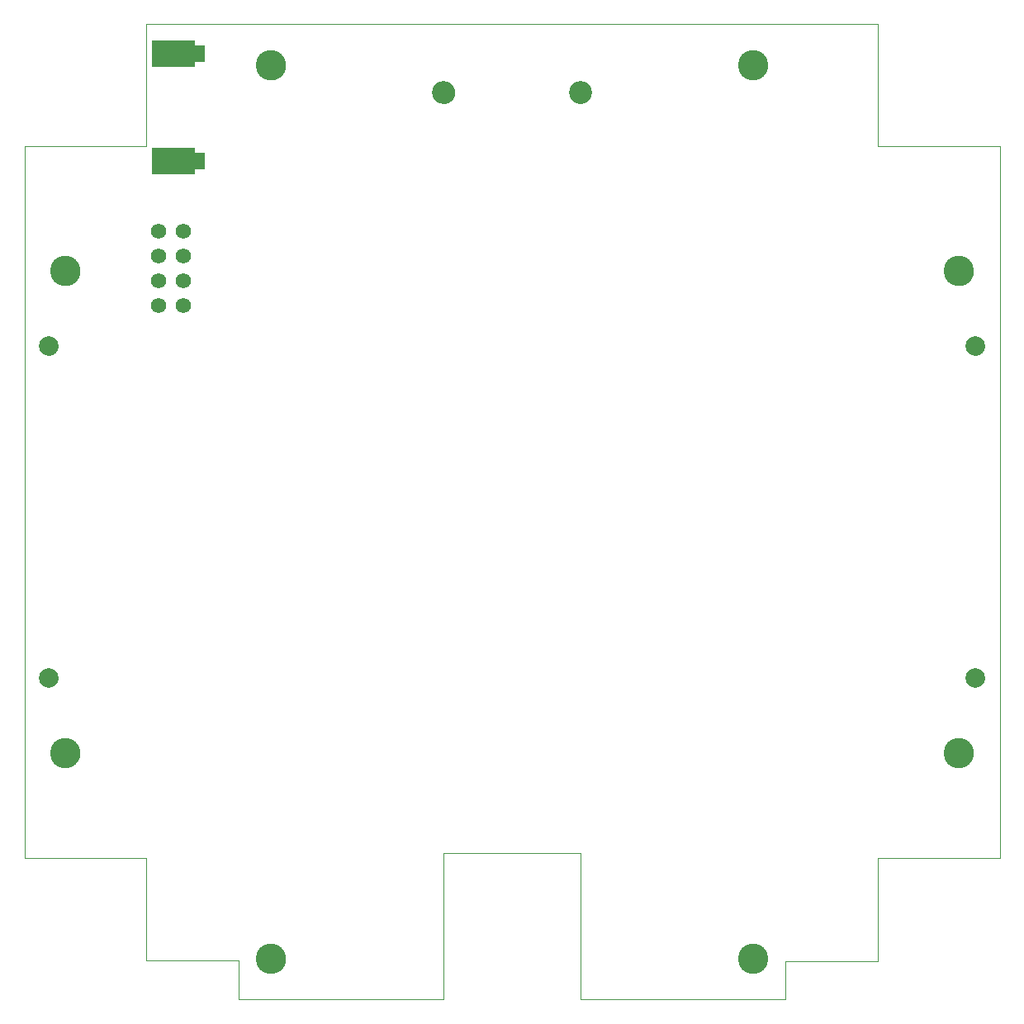
<source format=gts>
G75*
%MOIN*%
%OFA0B0*%
%FSLAX25Y25*%
%IPPOS*%
%LPD*%
%AMOC8*
5,1,8,0,0,1.08239X$1,22.5*
%
%ADD10C,0.00000*%
%ADD11C,0.07903*%
%ADD12C,0.12217*%
%ADD13C,0.06200*%
%ADD14C,0.09265*%
%ADD15R,0.17335X0.11036*%
%ADD16R,0.05800X0.06706*%
D10*
X0070882Y0037378D02*
X0108087Y0037378D01*
X0108087Y0021669D01*
X0190961Y0021669D01*
X0190961Y0080724D01*
X0246079Y0080724D01*
X0246079Y0021669D01*
X0328953Y0021669D01*
X0328953Y0037220D01*
X0366157Y0037220D01*
X0366157Y0078756D01*
X0415370Y0078756D01*
X0415370Y0366157D01*
X0366157Y0366157D01*
X0366157Y0415370D01*
X0070882Y0415370D01*
X0070882Y0366157D01*
X0021669Y0366157D01*
X0021669Y0078756D01*
X0070882Y0078756D01*
X0070882Y0037378D01*
X0115567Y0038205D02*
X0115569Y0038356D01*
X0115575Y0038506D01*
X0115585Y0038657D01*
X0115599Y0038807D01*
X0115617Y0038956D01*
X0115638Y0039106D01*
X0115664Y0039254D01*
X0115694Y0039402D01*
X0115727Y0039549D01*
X0115765Y0039695D01*
X0115806Y0039840D01*
X0115851Y0039984D01*
X0115900Y0040126D01*
X0115953Y0040267D01*
X0116009Y0040407D01*
X0116069Y0040545D01*
X0116132Y0040682D01*
X0116200Y0040817D01*
X0116270Y0040950D01*
X0116344Y0041081D01*
X0116422Y0041210D01*
X0116503Y0041337D01*
X0116587Y0041462D01*
X0116675Y0041585D01*
X0116766Y0041705D01*
X0116860Y0041823D01*
X0116957Y0041938D01*
X0117057Y0042051D01*
X0117160Y0042161D01*
X0117266Y0042268D01*
X0117375Y0042373D01*
X0117486Y0042474D01*
X0117600Y0042573D01*
X0117716Y0042668D01*
X0117836Y0042761D01*
X0117957Y0042850D01*
X0118081Y0042936D01*
X0118207Y0043019D01*
X0118335Y0043098D01*
X0118465Y0043174D01*
X0118597Y0043247D01*
X0118731Y0043315D01*
X0118867Y0043381D01*
X0119005Y0043443D01*
X0119144Y0043501D01*
X0119284Y0043555D01*
X0119426Y0043606D01*
X0119569Y0043653D01*
X0119714Y0043696D01*
X0119859Y0043735D01*
X0120006Y0043771D01*
X0120153Y0043802D01*
X0120301Y0043830D01*
X0120450Y0043854D01*
X0120599Y0043874D01*
X0120749Y0043890D01*
X0120899Y0043902D01*
X0121050Y0043910D01*
X0121201Y0043914D01*
X0121351Y0043914D01*
X0121502Y0043910D01*
X0121653Y0043902D01*
X0121803Y0043890D01*
X0121953Y0043874D01*
X0122102Y0043854D01*
X0122251Y0043830D01*
X0122399Y0043802D01*
X0122546Y0043771D01*
X0122693Y0043735D01*
X0122838Y0043696D01*
X0122983Y0043653D01*
X0123126Y0043606D01*
X0123268Y0043555D01*
X0123408Y0043501D01*
X0123547Y0043443D01*
X0123685Y0043381D01*
X0123821Y0043315D01*
X0123955Y0043247D01*
X0124087Y0043174D01*
X0124217Y0043098D01*
X0124345Y0043019D01*
X0124471Y0042936D01*
X0124595Y0042850D01*
X0124716Y0042761D01*
X0124836Y0042668D01*
X0124952Y0042573D01*
X0125066Y0042474D01*
X0125177Y0042373D01*
X0125286Y0042268D01*
X0125392Y0042161D01*
X0125495Y0042051D01*
X0125595Y0041938D01*
X0125692Y0041823D01*
X0125786Y0041705D01*
X0125877Y0041585D01*
X0125965Y0041462D01*
X0126049Y0041337D01*
X0126130Y0041210D01*
X0126208Y0041081D01*
X0126282Y0040950D01*
X0126352Y0040817D01*
X0126420Y0040682D01*
X0126483Y0040545D01*
X0126543Y0040407D01*
X0126599Y0040267D01*
X0126652Y0040126D01*
X0126701Y0039984D01*
X0126746Y0039840D01*
X0126787Y0039695D01*
X0126825Y0039549D01*
X0126858Y0039402D01*
X0126888Y0039254D01*
X0126914Y0039106D01*
X0126935Y0038956D01*
X0126953Y0038807D01*
X0126967Y0038657D01*
X0126977Y0038506D01*
X0126983Y0038356D01*
X0126985Y0038205D01*
X0126983Y0038054D01*
X0126977Y0037904D01*
X0126967Y0037753D01*
X0126953Y0037603D01*
X0126935Y0037454D01*
X0126914Y0037304D01*
X0126888Y0037156D01*
X0126858Y0037008D01*
X0126825Y0036861D01*
X0126787Y0036715D01*
X0126746Y0036570D01*
X0126701Y0036426D01*
X0126652Y0036284D01*
X0126599Y0036143D01*
X0126543Y0036003D01*
X0126483Y0035865D01*
X0126420Y0035728D01*
X0126352Y0035593D01*
X0126282Y0035460D01*
X0126208Y0035329D01*
X0126130Y0035200D01*
X0126049Y0035073D01*
X0125965Y0034948D01*
X0125877Y0034825D01*
X0125786Y0034705D01*
X0125692Y0034587D01*
X0125595Y0034472D01*
X0125495Y0034359D01*
X0125392Y0034249D01*
X0125286Y0034142D01*
X0125177Y0034037D01*
X0125066Y0033936D01*
X0124952Y0033837D01*
X0124836Y0033742D01*
X0124716Y0033649D01*
X0124595Y0033560D01*
X0124471Y0033474D01*
X0124345Y0033391D01*
X0124217Y0033312D01*
X0124087Y0033236D01*
X0123955Y0033163D01*
X0123821Y0033095D01*
X0123685Y0033029D01*
X0123547Y0032967D01*
X0123408Y0032909D01*
X0123268Y0032855D01*
X0123126Y0032804D01*
X0122983Y0032757D01*
X0122838Y0032714D01*
X0122693Y0032675D01*
X0122546Y0032639D01*
X0122399Y0032608D01*
X0122251Y0032580D01*
X0122102Y0032556D01*
X0121953Y0032536D01*
X0121803Y0032520D01*
X0121653Y0032508D01*
X0121502Y0032500D01*
X0121351Y0032496D01*
X0121201Y0032496D01*
X0121050Y0032500D01*
X0120899Y0032508D01*
X0120749Y0032520D01*
X0120599Y0032536D01*
X0120450Y0032556D01*
X0120301Y0032580D01*
X0120153Y0032608D01*
X0120006Y0032639D01*
X0119859Y0032675D01*
X0119714Y0032714D01*
X0119569Y0032757D01*
X0119426Y0032804D01*
X0119284Y0032855D01*
X0119144Y0032909D01*
X0119005Y0032967D01*
X0118867Y0033029D01*
X0118731Y0033095D01*
X0118597Y0033163D01*
X0118465Y0033236D01*
X0118335Y0033312D01*
X0118207Y0033391D01*
X0118081Y0033474D01*
X0117957Y0033560D01*
X0117836Y0033649D01*
X0117716Y0033742D01*
X0117600Y0033837D01*
X0117486Y0033936D01*
X0117375Y0034037D01*
X0117266Y0034142D01*
X0117160Y0034249D01*
X0117057Y0034359D01*
X0116957Y0034472D01*
X0116860Y0034587D01*
X0116766Y0034705D01*
X0116675Y0034825D01*
X0116587Y0034948D01*
X0116503Y0035073D01*
X0116422Y0035200D01*
X0116344Y0035329D01*
X0116270Y0035460D01*
X0116200Y0035593D01*
X0116132Y0035728D01*
X0116069Y0035865D01*
X0116009Y0036003D01*
X0115953Y0036143D01*
X0115900Y0036284D01*
X0115851Y0036426D01*
X0115806Y0036570D01*
X0115765Y0036715D01*
X0115727Y0036861D01*
X0115694Y0037008D01*
X0115664Y0037156D01*
X0115638Y0037304D01*
X0115617Y0037454D01*
X0115599Y0037603D01*
X0115585Y0037753D01*
X0115575Y0037904D01*
X0115569Y0038054D01*
X0115567Y0038205D01*
X0032496Y0121276D02*
X0032498Y0121427D01*
X0032504Y0121577D01*
X0032514Y0121728D01*
X0032528Y0121878D01*
X0032546Y0122027D01*
X0032567Y0122177D01*
X0032593Y0122325D01*
X0032623Y0122473D01*
X0032656Y0122620D01*
X0032694Y0122766D01*
X0032735Y0122911D01*
X0032780Y0123055D01*
X0032829Y0123197D01*
X0032882Y0123338D01*
X0032938Y0123478D01*
X0032998Y0123616D01*
X0033061Y0123753D01*
X0033129Y0123888D01*
X0033199Y0124021D01*
X0033273Y0124152D01*
X0033351Y0124281D01*
X0033432Y0124408D01*
X0033516Y0124533D01*
X0033604Y0124656D01*
X0033695Y0124776D01*
X0033789Y0124894D01*
X0033886Y0125009D01*
X0033986Y0125122D01*
X0034089Y0125232D01*
X0034195Y0125339D01*
X0034304Y0125444D01*
X0034415Y0125545D01*
X0034529Y0125644D01*
X0034645Y0125739D01*
X0034765Y0125832D01*
X0034886Y0125921D01*
X0035010Y0126007D01*
X0035136Y0126090D01*
X0035264Y0126169D01*
X0035394Y0126245D01*
X0035526Y0126318D01*
X0035660Y0126386D01*
X0035796Y0126452D01*
X0035934Y0126514D01*
X0036073Y0126572D01*
X0036213Y0126626D01*
X0036355Y0126677D01*
X0036498Y0126724D01*
X0036643Y0126767D01*
X0036788Y0126806D01*
X0036935Y0126842D01*
X0037082Y0126873D01*
X0037230Y0126901D01*
X0037379Y0126925D01*
X0037528Y0126945D01*
X0037678Y0126961D01*
X0037828Y0126973D01*
X0037979Y0126981D01*
X0038130Y0126985D01*
X0038280Y0126985D01*
X0038431Y0126981D01*
X0038582Y0126973D01*
X0038732Y0126961D01*
X0038882Y0126945D01*
X0039031Y0126925D01*
X0039180Y0126901D01*
X0039328Y0126873D01*
X0039475Y0126842D01*
X0039622Y0126806D01*
X0039767Y0126767D01*
X0039912Y0126724D01*
X0040055Y0126677D01*
X0040197Y0126626D01*
X0040337Y0126572D01*
X0040476Y0126514D01*
X0040614Y0126452D01*
X0040750Y0126386D01*
X0040884Y0126318D01*
X0041016Y0126245D01*
X0041146Y0126169D01*
X0041274Y0126090D01*
X0041400Y0126007D01*
X0041524Y0125921D01*
X0041645Y0125832D01*
X0041765Y0125739D01*
X0041881Y0125644D01*
X0041995Y0125545D01*
X0042106Y0125444D01*
X0042215Y0125339D01*
X0042321Y0125232D01*
X0042424Y0125122D01*
X0042524Y0125009D01*
X0042621Y0124894D01*
X0042715Y0124776D01*
X0042806Y0124656D01*
X0042894Y0124533D01*
X0042978Y0124408D01*
X0043059Y0124281D01*
X0043137Y0124152D01*
X0043211Y0124021D01*
X0043281Y0123888D01*
X0043349Y0123753D01*
X0043412Y0123616D01*
X0043472Y0123478D01*
X0043528Y0123338D01*
X0043581Y0123197D01*
X0043630Y0123055D01*
X0043675Y0122911D01*
X0043716Y0122766D01*
X0043754Y0122620D01*
X0043787Y0122473D01*
X0043817Y0122325D01*
X0043843Y0122177D01*
X0043864Y0122027D01*
X0043882Y0121878D01*
X0043896Y0121728D01*
X0043906Y0121577D01*
X0043912Y0121427D01*
X0043914Y0121276D01*
X0043912Y0121125D01*
X0043906Y0120975D01*
X0043896Y0120824D01*
X0043882Y0120674D01*
X0043864Y0120525D01*
X0043843Y0120375D01*
X0043817Y0120227D01*
X0043787Y0120079D01*
X0043754Y0119932D01*
X0043716Y0119786D01*
X0043675Y0119641D01*
X0043630Y0119497D01*
X0043581Y0119355D01*
X0043528Y0119214D01*
X0043472Y0119074D01*
X0043412Y0118936D01*
X0043349Y0118799D01*
X0043281Y0118664D01*
X0043211Y0118531D01*
X0043137Y0118400D01*
X0043059Y0118271D01*
X0042978Y0118144D01*
X0042894Y0118019D01*
X0042806Y0117896D01*
X0042715Y0117776D01*
X0042621Y0117658D01*
X0042524Y0117543D01*
X0042424Y0117430D01*
X0042321Y0117320D01*
X0042215Y0117213D01*
X0042106Y0117108D01*
X0041995Y0117007D01*
X0041881Y0116908D01*
X0041765Y0116813D01*
X0041645Y0116720D01*
X0041524Y0116631D01*
X0041400Y0116545D01*
X0041274Y0116462D01*
X0041146Y0116383D01*
X0041016Y0116307D01*
X0040884Y0116234D01*
X0040750Y0116166D01*
X0040614Y0116100D01*
X0040476Y0116038D01*
X0040337Y0115980D01*
X0040197Y0115926D01*
X0040055Y0115875D01*
X0039912Y0115828D01*
X0039767Y0115785D01*
X0039622Y0115746D01*
X0039475Y0115710D01*
X0039328Y0115679D01*
X0039180Y0115651D01*
X0039031Y0115627D01*
X0038882Y0115607D01*
X0038732Y0115591D01*
X0038582Y0115579D01*
X0038431Y0115571D01*
X0038280Y0115567D01*
X0038130Y0115567D01*
X0037979Y0115571D01*
X0037828Y0115579D01*
X0037678Y0115591D01*
X0037528Y0115607D01*
X0037379Y0115627D01*
X0037230Y0115651D01*
X0037082Y0115679D01*
X0036935Y0115710D01*
X0036788Y0115746D01*
X0036643Y0115785D01*
X0036498Y0115828D01*
X0036355Y0115875D01*
X0036213Y0115926D01*
X0036073Y0115980D01*
X0035934Y0116038D01*
X0035796Y0116100D01*
X0035660Y0116166D01*
X0035526Y0116234D01*
X0035394Y0116307D01*
X0035264Y0116383D01*
X0035136Y0116462D01*
X0035010Y0116545D01*
X0034886Y0116631D01*
X0034765Y0116720D01*
X0034645Y0116813D01*
X0034529Y0116908D01*
X0034415Y0117007D01*
X0034304Y0117108D01*
X0034195Y0117213D01*
X0034089Y0117320D01*
X0033986Y0117430D01*
X0033886Y0117543D01*
X0033789Y0117658D01*
X0033695Y0117776D01*
X0033604Y0117896D01*
X0033516Y0118019D01*
X0033432Y0118144D01*
X0033351Y0118271D01*
X0033273Y0118400D01*
X0033199Y0118531D01*
X0033129Y0118664D01*
X0033061Y0118799D01*
X0032998Y0118936D01*
X0032938Y0119074D01*
X0032882Y0119214D01*
X0032829Y0119355D01*
X0032780Y0119497D01*
X0032735Y0119641D01*
X0032694Y0119786D01*
X0032656Y0119932D01*
X0032623Y0120079D01*
X0032593Y0120227D01*
X0032567Y0120375D01*
X0032546Y0120525D01*
X0032528Y0120674D01*
X0032514Y0120824D01*
X0032504Y0120975D01*
X0032498Y0121125D01*
X0032496Y0121276D01*
X0027960Y0151591D02*
X0027962Y0151710D01*
X0027968Y0151828D01*
X0027978Y0151947D01*
X0027992Y0152064D01*
X0028009Y0152182D01*
X0028031Y0152299D01*
X0028057Y0152414D01*
X0028086Y0152529D01*
X0028119Y0152643D01*
X0028157Y0152756D01*
X0028197Y0152868D01*
X0028242Y0152978D01*
X0028290Y0153086D01*
X0028342Y0153193D01*
X0028397Y0153298D01*
X0028456Y0153401D01*
X0028518Y0153502D01*
X0028584Y0153601D01*
X0028652Y0153698D01*
X0028724Y0153792D01*
X0028800Y0153884D01*
X0028878Y0153974D01*
X0028959Y0154060D01*
X0029043Y0154144D01*
X0029129Y0154225D01*
X0029219Y0154303D01*
X0029311Y0154379D01*
X0029405Y0154451D01*
X0029502Y0154519D01*
X0029601Y0154585D01*
X0029702Y0154647D01*
X0029805Y0154706D01*
X0029910Y0154761D01*
X0030017Y0154813D01*
X0030125Y0154861D01*
X0030235Y0154906D01*
X0030347Y0154946D01*
X0030460Y0154984D01*
X0030574Y0155017D01*
X0030689Y0155046D01*
X0030804Y0155072D01*
X0030921Y0155094D01*
X0031039Y0155111D01*
X0031156Y0155125D01*
X0031275Y0155135D01*
X0031393Y0155141D01*
X0031512Y0155143D01*
X0031631Y0155141D01*
X0031749Y0155135D01*
X0031868Y0155125D01*
X0031985Y0155111D01*
X0032103Y0155094D01*
X0032220Y0155072D01*
X0032335Y0155046D01*
X0032450Y0155017D01*
X0032564Y0154984D01*
X0032677Y0154946D01*
X0032789Y0154906D01*
X0032899Y0154861D01*
X0033007Y0154813D01*
X0033114Y0154761D01*
X0033219Y0154706D01*
X0033322Y0154647D01*
X0033423Y0154585D01*
X0033522Y0154519D01*
X0033619Y0154451D01*
X0033713Y0154379D01*
X0033805Y0154303D01*
X0033895Y0154225D01*
X0033981Y0154144D01*
X0034065Y0154060D01*
X0034146Y0153974D01*
X0034224Y0153884D01*
X0034300Y0153792D01*
X0034372Y0153698D01*
X0034440Y0153601D01*
X0034506Y0153502D01*
X0034568Y0153401D01*
X0034627Y0153298D01*
X0034682Y0153193D01*
X0034734Y0153086D01*
X0034782Y0152978D01*
X0034827Y0152868D01*
X0034867Y0152756D01*
X0034905Y0152643D01*
X0034938Y0152529D01*
X0034967Y0152414D01*
X0034993Y0152299D01*
X0035015Y0152182D01*
X0035032Y0152064D01*
X0035046Y0151947D01*
X0035056Y0151828D01*
X0035062Y0151710D01*
X0035064Y0151591D01*
X0035062Y0151472D01*
X0035056Y0151354D01*
X0035046Y0151235D01*
X0035032Y0151118D01*
X0035015Y0151000D01*
X0034993Y0150883D01*
X0034967Y0150768D01*
X0034938Y0150653D01*
X0034905Y0150539D01*
X0034867Y0150426D01*
X0034827Y0150314D01*
X0034782Y0150204D01*
X0034734Y0150096D01*
X0034682Y0149989D01*
X0034627Y0149884D01*
X0034568Y0149781D01*
X0034506Y0149680D01*
X0034440Y0149581D01*
X0034372Y0149484D01*
X0034300Y0149390D01*
X0034224Y0149298D01*
X0034146Y0149208D01*
X0034065Y0149122D01*
X0033981Y0149038D01*
X0033895Y0148957D01*
X0033805Y0148879D01*
X0033713Y0148803D01*
X0033619Y0148731D01*
X0033522Y0148663D01*
X0033423Y0148597D01*
X0033322Y0148535D01*
X0033219Y0148476D01*
X0033114Y0148421D01*
X0033007Y0148369D01*
X0032899Y0148321D01*
X0032789Y0148276D01*
X0032677Y0148236D01*
X0032564Y0148198D01*
X0032450Y0148165D01*
X0032335Y0148136D01*
X0032220Y0148110D01*
X0032103Y0148088D01*
X0031985Y0148071D01*
X0031868Y0148057D01*
X0031749Y0148047D01*
X0031631Y0148041D01*
X0031512Y0148039D01*
X0031393Y0148041D01*
X0031275Y0148047D01*
X0031156Y0148057D01*
X0031039Y0148071D01*
X0030921Y0148088D01*
X0030804Y0148110D01*
X0030689Y0148136D01*
X0030574Y0148165D01*
X0030460Y0148198D01*
X0030347Y0148236D01*
X0030235Y0148276D01*
X0030125Y0148321D01*
X0030017Y0148369D01*
X0029910Y0148421D01*
X0029805Y0148476D01*
X0029702Y0148535D01*
X0029601Y0148597D01*
X0029502Y0148663D01*
X0029405Y0148731D01*
X0029311Y0148803D01*
X0029219Y0148879D01*
X0029129Y0148957D01*
X0029043Y0149038D01*
X0028959Y0149122D01*
X0028878Y0149208D01*
X0028800Y0149298D01*
X0028724Y0149390D01*
X0028652Y0149484D01*
X0028584Y0149581D01*
X0028518Y0149680D01*
X0028456Y0149781D01*
X0028397Y0149884D01*
X0028342Y0149989D01*
X0028290Y0150096D01*
X0028242Y0150204D01*
X0028197Y0150314D01*
X0028157Y0150426D01*
X0028119Y0150539D01*
X0028086Y0150653D01*
X0028057Y0150768D01*
X0028031Y0150883D01*
X0028009Y0151000D01*
X0027992Y0151118D01*
X0027978Y0151235D01*
X0027968Y0151354D01*
X0027962Y0151472D01*
X0027960Y0151591D01*
X0027960Y0285449D02*
X0027962Y0285568D01*
X0027968Y0285686D01*
X0027978Y0285805D01*
X0027992Y0285922D01*
X0028009Y0286040D01*
X0028031Y0286157D01*
X0028057Y0286272D01*
X0028086Y0286387D01*
X0028119Y0286501D01*
X0028157Y0286614D01*
X0028197Y0286726D01*
X0028242Y0286836D01*
X0028290Y0286944D01*
X0028342Y0287051D01*
X0028397Y0287156D01*
X0028456Y0287259D01*
X0028518Y0287360D01*
X0028584Y0287459D01*
X0028652Y0287556D01*
X0028724Y0287650D01*
X0028800Y0287742D01*
X0028878Y0287832D01*
X0028959Y0287918D01*
X0029043Y0288002D01*
X0029129Y0288083D01*
X0029219Y0288161D01*
X0029311Y0288237D01*
X0029405Y0288309D01*
X0029502Y0288377D01*
X0029601Y0288443D01*
X0029702Y0288505D01*
X0029805Y0288564D01*
X0029910Y0288619D01*
X0030017Y0288671D01*
X0030125Y0288719D01*
X0030235Y0288764D01*
X0030347Y0288804D01*
X0030460Y0288842D01*
X0030574Y0288875D01*
X0030689Y0288904D01*
X0030804Y0288930D01*
X0030921Y0288952D01*
X0031039Y0288969D01*
X0031156Y0288983D01*
X0031275Y0288993D01*
X0031393Y0288999D01*
X0031512Y0289001D01*
X0031631Y0288999D01*
X0031749Y0288993D01*
X0031868Y0288983D01*
X0031985Y0288969D01*
X0032103Y0288952D01*
X0032220Y0288930D01*
X0032335Y0288904D01*
X0032450Y0288875D01*
X0032564Y0288842D01*
X0032677Y0288804D01*
X0032789Y0288764D01*
X0032899Y0288719D01*
X0033007Y0288671D01*
X0033114Y0288619D01*
X0033219Y0288564D01*
X0033322Y0288505D01*
X0033423Y0288443D01*
X0033522Y0288377D01*
X0033619Y0288309D01*
X0033713Y0288237D01*
X0033805Y0288161D01*
X0033895Y0288083D01*
X0033981Y0288002D01*
X0034065Y0287918D01*
X0034146Y0287832D01*
X0034224Y0287742D01*
X0034300Y0287650D01*
X0034372Y0287556D01*
X0034440Y0287459D01*
X0034506Y0287360D01*
X0034568Y0287259D01*
X0034627Y0287156D01*
X0034682Y0287051D01*
X0034734Y0286944D01*
X0034782Y0286836D01*
X0034827Y0286726D01*
X0034867Y0286614D01*
X0034905Y0286501D01*
X0034938Y0286387D01*
X0034967Y0286272D01*
X0034993Y0286157D01*
X0035015Y0286040D01*
X0035032Y0285922D01*
X0035046Y0285805D01*
X0035056Y0285686D01*
X0035062Y0285568D01*
X0035064Y0285449D01*
X0035062Y0285330D01*
X0035056Y0285212D01*
X0035046Y0285093D01*
X0035032Y0284976D01*
X0035015Y0284858D01*
X0034993Y0284741D01*
X0034967Y0284626D01*
X0034938Y0284511D01*
X0034905Y0284397D01*
X0034867Y0284284D01*
X0034827Y0284172D01*
X0034782Y0284062D01*
X0034734Y0283954D01*
X0034682Y0283847D01*
X0034627Y0283742D01*
X0034568Y0283639D01*
X0034506Y0283538D01*
X0034440Y0283439D01*
X0034372Y0283342D01*
X0034300Y0283248D01*
X0034224Y0283156D01*
X0034146Y0283066D01*
X0034065Y0282980D01*
X0033981Y0282896D01*
X0033895Y0282815D01*
X0033805Y0282737D01*
X0033713Y0282661D01*
X0033619Y0282589D01*
X0033522Y0282521D01*
X0033423Y0282455D01*
X0033322Y0282393D01*
X0033219Y0282334D01*
X0033114Y0282279D01*
X0033007Y0282227D01*
X0032899Y0282179D01*
X0032789Y0282134D01*
X0032677Y0282094D01*
X0032564Y0282056D01*
X0032450Y0282023D01*
X0032335Y0281994D01*
X0032220Y0281968D01*
X0032103Y0281946D01*
X0031985Y0281929D01*
X0031868Y0281915D01*
X0031749Y0281905D01*
X0031631Y0281899D01*
X0031512Y0281897D01*
X0031393Y0281899D01*
X0031275Y0281905D01*
X0031156Y0281915D01*
X0031039Y0281929D01*
X0030921Y0281946D01*
X0030804Y0281968D01*
X0030689Y0281994D01*
X0030574Y0282023D01*
X0030460Y0282056D01*
X0030347Y0282094D01*
X0030235Y0282134D01*
X0030125Y0282179D01*
X0030017Y0282227D01*
X0029910Y0282279D01*
X0029805Y0282334D01*
X0029702Y0282393D01*
X0029601Y0282455D01*
X0029502Y0282521D01*
X0029405Y0282589D01*
X0029311Y0282661D01*
X0029219Y0282737D01*
X0029129Y0282815D01*
X0029043Y0282896D01*
X0028959Y0282980D01*
X0028878Y0283066D01*
X0028800Y0283156D01*
X0028724Y0283248D01*
X0028652Y0283342D01*
X0028584Y0283439D01*
X0028518Y0283538D01*
X0028456Y0283639D01*
X0028397Y0283742D01*
X0028342Y0283847D01*
X0028290Y0283954D01*
X0028242Y0284062D01*
X0028197Y0284172D01*
X0028157Y0284284D01*
X0028119Y0284397D01*
X0028086Y0284511D01*
X0028057Y0284626D01*
X0028031Y0284741D01*
X0028009Y0284858D01*
X0027992Y0284976D01*
X0027978Y0285093D01*
X0027968Y0285212D01*
X0027962Y0285330D01*
X0027960Y0285449D01*
X0032496Y0315764D02*
X0032498Y0315915D01*
X0032504Y0316065D01*
X0032514Y0316216D01*
X0032528Y0316366D01*
X0032546Y0316515D01*
X0032567Y0316665D01*
X0032593Y0316813D01*
X0032623Y0316961D01*
X0032656Y0317108D01*
X0032694Y0317254D01*
X0032735Y0317399D01*
X0032780Y0317543D01*
X0032829Y0317685D01*
X0032882Y0317826D01*
X0032938Y0317966D01*
X0032998Y0318104D01*
X0033061Y0318241D01*
X0033129Y0318376D01*
X0033199Y0318509D01*
X0033273Y0318640D01*
X0033351Y0318769D01*
X0033432Y0318896D01*
X0033516Y0319021D01*
X0033604Y0319144D01*
X0033695Y0319264D01*
X0033789Y0319382D01*
X0033886Y0319497D01*
X0033986Y0319610D01*
X0034089Y0319720D01*
X0034195Y0319827D01*
X0034304Y0319932D01*
X0034415Y0320033D01*
X0034529Y0320132D01*
X0034645Y0320227D01*
X0034765Y0320320D01*
X0034886Y0320409D01*
X0035010Y0320495D01*
X0035136Y0320578D01*
X0035264Y0320657D01*
X0035394Y0320733D01*
X0035526Y0320806D01*
X0035660Y0320874D01*
X0035796Y0320940D01*
X0035934Y0321002D01*
X0036073Y0321060D01*
X0036213Y0321114D01*
X0036355Y0321165D01*
X0036498Y0321212D01*
X0036643Y0321255D01*
X0036788Y0321294D01*
X0036935Y0321330D01*
X0037082Y0321361D01*
X0037230Y0321389D01*
X0037379Y0321413D01*
X0037528Y0321433D01*
X0037678Y0321449D01*
X0037828Y0321461D01*
X0037979Y0321469D01*
X0038130Y0321473D01*
X0038280Y0321473D01*
X0038431Y0321469D01*
X0038582Y0321461D01*
X0038732Y0321449D01*
X0038882Y0321433D01*
X0039031Y0321413D01*
X0039180Y0321389D01*
X0039328Y0321361D01*
X0039475Y0321330D01*
X0039622Y0321294D01*
X0039767Y0321255D01*
X0039912Y0321212D01*
X0040055Y0321165D01*
X0040197Y0321114D01*
X0040337Y0321060D01*
X0040476Y0321002D01*
X0040614Y0320940D01*
X0040750Y0320874D01*
X0040884Y0320806D01*
X0041016Y0320733D01*
X0041146Y0320657D01*
X0041274Y0320578D01*
X0041400Y0320495D01*
X0041524Y0320409D01*
X0041645Y0320320D01*
X0041765Y0320227D01*
X0041881Y0320132D01*
X0041995Y0320033D01*
X0042106Y0319932D01*
X0042215Y0319827D01*
X0042321Y0319720D01*
X0042424Y0319610D01*
X0042524Y0319497D01*
X0042621Y0319382D01*
X0042715Y0319264D01*
X0042806Y0319144D01*
X0042894Y0319021D01*
X0042978Y0318896D01*
X0043059Y0318769D01*
X0043137Y0318640D01*
X0043211Y0318509D01*
X0043281Y0318376D01*
X0043349Y0318241D01*
X0043412Y0318104D01*
X0043472Y0317966D01*
X0043528Y0317826D01*
X0043581Y0317685D01*
X0043630Y0317543D01*
X0043675Y0317399D01*
X0043716Y0317254D01*
X0043754Y0317108D01*
X0043787Y0316961D01*
X0043817Y0316813D01*
X0043843Y0316665D01*
X0043864Y0316515D01*
X0043882Y0316366D01*
X0043896Y0316216D01*
X0043906Y0316065D01*
X0043912Y0315915D01*
X0043914Y0315764D01*
X0043912Y0315613D01*
X0043906Y0315463D01*
X0043896Y0315312D01*
X0043882Y0315162D01*
X0043864Y0315013D01*
X0043843Y0314863D01*
X0043817Y0314715D01*
X0043787Y0314567D01*
X0043754Y0314420D01*
X0043716Y0314274D01*
X0043675Y0314129D01*
X0043630Y0313985D01*
X0043581Y0313843D01*
X0043528Y0313702D01*
X0043472Y0313562D01*
X0043412Y0313424D01*
X0043349Y0313287D01*
X0043281Y0313152D01*
X0043211Y0313019D01*
X0043137Y0312888D01*
X0043059Y0312759D01*
X0042978Y0312632D01*
X0042894Y0312507D01*
X0042806Y0312384D01*
X0042715Y0312264D01*
X0042621Y0312146D01*
X0042524Y0312031D01*
X0042424Y0311918D01*
X0042321Y0311808D01*
X0042215Y0311701D01*
X0042106Y0311596D01*
X0041995Y0311495D01*
X0041881Y0311396D01*
X0041765Y0311301D01*
X0041645Y0311208D01*
X0041524Y0311119D01*
X0041400Y0311033D01*
X0041274Y0310950D01*
X0041146Y0310871D01*
X0041016Y0310795D01*
X0040884Y0310722D01*
X0040750Y0310654D01*
X0040614Y0310588D01*
X0040476Y0310526D01*
X0040337Y0310468D01*
X0040197Y0310414D01*
X0040055Y0310363D01*
X0039912Y0310316D01*
X0039767Y0310273D01*
X0039622Y0310234D01*
X0039475Y0310198D01*
X0039328Y0310167D01*
X0039180Y0310139D01*
X0039031Y0310115D01*
X0038882Y0310095D01*
X0038732Y0310079D01*
X0038582Y0310067D01*
X0038431Y0310059D01*
X0038280Y0310055D01*
X0038130Y0310055D01*
X0037979Y0310059D01*
X0037828Y0310067D01*
X0037678Y0310079D01*
X0037528Y0310095D01*
X0037379Y0310115D01*
X0037230Y0310139D01*
X0037082Y0310167D01*
X0036935Y0310198D01*
X0036788Y0310234D01*
X0036643Y0310273D01*
X0036498Y0310316D01*
X0036355Y0310363D01*
X0036213Y0310414D01*
X0036073Y0310468D01*
X0035934Y0310526D01*
X0035796Y0310588D01*
X0035660Y0310654D01*
X0035526Y0310722D01*
X0035394Y0310795D01*
X0035264Y0310871D01*
X0035136Y0310950D01*
X0035010Y0311033D01*
X0034886Y0311119D01*
X0034765Y0311208D01*
X0034645Y0311301D01*
X0034529Y0311396D01*
X0034415Y0311495D01*
X0034304Y0311596D01*
X0034195Y0311701D01*
X0034089Y0311808D01*
X0033986Y0311918D01*
X0033886Y0312031D01*
X0033789Y0312146D01*
X0033695Y0312264D01*
X0033604Y0312384D01*
X0033516Y0312507D01*
X0033432Y0312632D01*
X0033351Y0312759D01*
X0033273Y0312888D01*
X0033199Y0313019D01*
X0033129Y0313152D01*
X0033061Y0313287D01*
X0032998Y0313424D01*
X0032938Y0313562D01*
X0032882Y0313702D01*
X0032829Y0313843D01*
X0032780Y0313985D01*
X0032735Y0314129D01*
X0032694Y0314274D01*
X0032656Y0314420D01*
X0032623Y0314567D01*
X0032593Y0314715D01*
X0032567Y0314863D01*
X0032546Y0315013D01*
X0032528Y0315162D01*
X0032514Y0315312D01*
X0032504Y0315463D01*
X0032498Y0315613D01*
X0032496Y0315764D01*
X0115567Y0398835D02*
X0115569Y0398986D01*
X0115575Y0399136D01*
X0115585Y0399287D01*
X0115599Y0399437D01*
X0115617Y0399586D01*
X0115638Y0399736D01*
X0115664Y0399884D01*
X0115694Y0400032D01*
X0115727Y0400179D01*
X0115765Y0400325D01*
X0115806Y0400470D01*
X0115851Y0400614D01*
X0115900Y0400756D01*
X0115953Y0400897D01*
X0116009Y0401037D01*
X0116069Y0401175D01*
X0116132Y0401312D01*
X0116200Y0401447D01*
X0116270Y0401580D01*
X0116344Y0401711D01*
X0116422Y0401840D01*
X0116503Y0401967D01*
X0116587Y0402092D01*
X0116675Y0402215D01*
X0116766Y0402335D01*
X0116860Y0402453D01*
X0116957Y0402568D01*
X0117057Y0402681D01*
X0117160Y0402791D01*
X0117266Y0402898D01*
X0117375Y0403003D01*
X0117486Y0403104D01*
X0117600Y0403203D01*
X0117716Y0403298D01*
X0117836Y0403391D01*
X0117957Y0403480D01*
X0118081Y0403566D01*
X0118207Y0403649D01*
X0118335Y0403728D01*
X0118465Y0403804D01*
X0118597Y0403877D01*
X0118731Y0403945D01*
X0118867Y0404011D01*
X0119005Y0404073D01*
X0119144Y0404131D01*
X0119284Y0404185D01*
X0119426Y0404236D01*
X0119569Y0404283D01*
X0119714Y0404326D01*
X0119859Y0404365D01*
X0120006Y0404401D01*
X0120153Y0404432D01*
X0120301Y0404460D01*
X0120450Y0404484D01*
X0120599Y0404504D01*
X0120749Y0404520D01*
X0120899Y0404532D01*
X0121050Y0404540D01*
X0121201Y0404544D01*
X0121351Y0404544D01*
X0121502Y0404540D01*
X0121653Y0404532D01*
X0121803Y0404520D01*
X0121953Y0404504D01*
X0122102Y0404484D01*
X0122251Y0404460D01*
X0122399Y0404432D01*
X0122546Y0404401D01*
X0122693Y0404365D01*
X0122838Y0404326D01*
X0122983Y0404283D01*
X0123126Y0404236D01*
X0123268Y0404185D01*
X0123408Y0404131D01*
X0123547Y0404073D01*
X0123685Y0404011D01*
X0123821Y0403945D01*
X0123955Y0403877D01*
X0124087Y0403804D01*
X0124217Y0403728D01*
X0124345Y0403649D01*
X0124471Y0403566D01*
X0124595Y0403480D01*
X0124716Y0403391D01*
X0124836Y0403298D01*
X0124952Y0403203D01*
X0125066Y0403104D01*
X0125177Y0403003D01*
X0125286Y0402898D01*
X0125392Y0402791D01*
X0125495Y0402681D01*
X0125595Y0402568D01*
X0125692Y0402453D01*
X0125786Y0402335D01*
X0125877Y0402215D01*
X0125965Y0402092D01*
X0126049Y0401967D01*
X0126130Y0401840D01*
X0126208Y0401711D01*
X0126282Y0401580D01*
X0126352Y0401447D01*
X0126420Y0401312D01*
X0126483Y0401175D01*
X0126543Y0401037D01*
X0126599Y0400897D01*
X0126652Y0400756D01*
X0126701Y0400614D01*
X0126746Y0400470D01*
X0126787Y0400325D01*
X0126825Y0400179D01*
X0126858Y0400032D01*
X0126888Y0399884D01*
X0126914Y0399736D01*
X0126935Y0399586D01*
X0126953Y0399437D01*
X0126967Y0399287D01*
X0126977Y0399136D01*
X0126983Y0398986D01*
X0126985Y0398835D01*
X0126983Y0398684D01*
X0126977Y0398534D01*
X0126967Y0398383D01*
X0126953Y0398233D01*
X0126935Y0398084D01*
X0126914Y0397934D01*
X0126888Y0397786D01*
X0126858Y0397638D01*
X0126825Y0397491D01*
X0126787Y0397345D01*
X0126746Y0397200D01*
X0126701Y0397056D01*
X0126652Y0396914D01*
X0126599Y0396773D01*
X0126543Y0396633D01*
X0126483Y0396495D01*
X0126420Y0396358D01*
X0126352Y0396223D01*
X0126282Y0396090D01*
X0126208Y0395959D01*
X0126130Y0395830D01*
X0126049Y0395703D01*
X0125965Y0395578D01*
X0125877Y0395455D01*
X0125786Y0395335D01*
X0125692Y0395217D01*
X0125595Y0395102D01*
X0125495Y0394989D01*
X0125392Y0394879D01*
X0125286Y0394772D01*
X0125177Y0394667D01*
X0125066Y0394566D01*
X0124952Y0394467D01*
X0124836Y0394372D01*
X0124716Y0394279D01*
X0124595Y0394190D01*
X0124471Y0394104D01*
X0124345Y0394021D01*
X0124217Y0393942D01*
X0124087Y0393866D01*
X0123955Y0393793D01*
X0123821Y0393725D01*
X0123685Y0393659D01*
X0123547Y0393597D01*
X0123408Y0393539D01*
X0123268Y0393485D01*
X0123126Y0393434D01*
X0122983Y0393387D01*
X0122838Y0393344D01*
X0122693Y0393305D01*
X0122546Y0393269D01*
X0122399Y0393238D01*
X0122251Y0393210D01*
X0122102Y0393186D01*
X0121953Y0393166D01*
X0121803Y0393150D01*
X0121653Y0393138D01*
X0121502Y0393130D01*
X0121351Y0393126D01*
X0121201Y0393126D01*
X0121050Y0393130D01*
X0120899Y0393138D01*
X0120749Y0393150D01*
X0120599Y0393166D01*
X0120450Y0393186D01*
X0120301Y0393210D01*
X0120153Y0393238D01*
X0120006Y0393269D01*
X0119859Y0393305D01*
X0119714Y0393344D01*
X0119569Y0393387D01*
X0119426Y0393434D01*
X0119284Y0393485D01*
X0119144Y0393539D01*
X0119005Y0393597D01*
X0118867Y0393659D01*
X0118731Y0393725D01*
X0118597Y0393793D01*
X0118465Y0393866D01*
X0118335Y0393942D01*
X0118207Y0394021D01*
X0118081Y0394104D01*
X0117957Y0394190D01*
X0117836Y0394279D01*
X0117716Y0394372D01*
X0117600Y0394467D01*
X0117486Y0394566D01*
X0117375Y0394667D01*
X0117266Y0394772D01*
X0117160Y0394879D01*
X0117057Y0394989D01*
X0116957Y0395102D01*
X0116860Y0395217D01*
X0116766Y0395335D01*
X0116675Y0395455D01*
X0116587Y0395578D01*
X0116503Y0395703D01*
X0116422Y0395830D01*
X0116344Y0395959D01*
X0116270Y0396090D01*
X0116200Y0396223D01*
X0116132Y0396358D01*
X0116069Y0396495D01*
X0116009Y0396633D01*
X0115953Y0396773D01*
X0115900Y0396914D01*
X0115851Y0397056D01*
X0115806Y0397200D01*
X0115765Y0397345D01*
X0115727Y0397491D01*
X0115694Y0397638D01*
X0115664Y0397786D01*
X0115638Y0397934D01*
X0115617Y0398084D01*
X0115599Y0398233D01*
X0115585Y0398383D01*
X0115575Y0398534D01*
X0115569Y0398684D01*
X0115567Y0398835D01*
X0186729Y0387811D02*
X0186731Y0387941D01*
X0186737Y0388070D01*
X0186747Y0388200D01*
X0186761Y0388329D01*
X0186779Y0388457D01*
X0186800Y0388585D01*
X0186826Y0388712D01*
X0186856Y0388838D01*
X0186889Y0388964D01*
X0186926Y0389088D01*
X0186967Y0389211D01*
X0187012Y0389333D01*
X0187061Y0389453D01*
X0187113Y0389572D01*
X0187168Y0389689D01*
X0187228Y0389804D01*
X0187291Y0389918D01*
X0187357Y0390029D01*
X0187427Y0390139D01*
X0187500Y0390246D01*
X0187576Y0390351D01*
X0187655Y0390453D01*
X0187738Y0390553D01*
X0187823Y0390651D01*
X0187912Y0390746D01*
X0188003Y0390838D01*
X0188097Y0390927D01*
X0188194Y0391013D01*
X0188294Y0391096D01*
X0188395Y0391177D01*
X0188500Y0391254D01*
X0188606Y0391328D01*
X0188715Y0391398D01*
X0188826Y0391465D01*
X0188939Y0391529D01*
X0189054Y0391589D01*
X0189171Y0391646D01*
X0189289Y0391699D01*
X0189409Y0391748D01*
X0189531Y0391794D01*
X0189653Y0391836D01*
X0189777Y0391874D01*
X0189902Y0391908D01*
X0190028Y0391939D01*
X0190155Y0391966D01*
X0190283Y0391988D01*
X0190411Y0392007D01*
X0190540Y0392022D01*
X0190669Y0392033D01*
X0190799Y0392040D01*
X0190929Y0392043D01*
X0191058Y0392042D01*
X0191188Y0392037D01*
X0191317Y0392028D01*
X0191446Y0392015D01*
X0191575Y0391998D01*
X0191703Y0391977D01*
X0191830Y0391953D01*
X0191957Y0391924D01*
X0192082Y0391892D01*
X0192207Y0391855D01*
X0192330Y0391815D01*
X0192452Y0391772D01*
X0192573Y0391724D01*
X0192692Y0391673D01*
X0192810Y0391618D01*
X0192925Y0391559D01*
X0193039Y0391497D01*
X0193151Y0391432D01*
X0193261Y0391363D01*
X0193369Y0391291D01*
X0193475Y0391216D01*
X0193578Y0391137D01*
X0193679Y0391055D01*
X0193777Y0390970D01*
X0193872Y0390883D01*
X0193965Y0390792D01*
X0194055Y0390699D01*
X0194142Y0390602D01*
X0194226Y0390504D01*
X0194307Y0390402D01*
X0194385Y0390299D01*
X0194459Y0390192D01*
X0194531Y0390084D01*
X0194599Y0389974D01*
X0194663Y0389861D01*
X0194724Y0389747D01*
X0194782Y0389630D01*
X0194836Y0389513D01*
X0194886Y0389393D01*
X0194933Y0389272D01*
X0194976Y0389150D01*
X0195015Y0389026D01*
X0195050Y0388901D01*
X0195082Y0388775D01*
X0195109Y0388649D01*
X0195133Y0388521D01*
X0195153Y0388393D01*
X0195169Y0388264D01*
X0195181Y0388135D01*
X0195189Y0388005D01*
X0195193Y0387876D01*
X0195193Y0387746D01*
X0195189Y0387617D01*
X0195181Y0387487D01*
X0195169Y0387358D01*
X0195153Y0387229D01*
X0195133Y0387101D01*
X0195109Y0386973D01*
X0195082Y0386847D01*
X0195050Y0386721D01*
X0195015Y0386596D01*
X0194976Y0386472D01*
X0194933Y0386350D01*
X0194886Y0386229D01*
X0194836Y0386109D01*
X0194782Y0385992D01*
X0194724Y0385875D01*
X0194663Y0385761D01*
X0194599Y0385648D01*
X0194531Y0385538D01*
X0194459Y0385430D01*
X0194385Y0385323D01*
X0194307Y0385220D01*
X0194226Y0385118D01*
X0194142Y0385020D01*
X0194055Y0384923D01*
X0193965Y0384830D01*
X0193872Y0384739D01*
X0193777Y0384652D01*
X0193679Y0384567D01*
X0193578Y0384485D01*
X0193475Y0384406D01*
X0193369Y0384331D01*
X0193261Y0384259D01*
X0193151Y0384190D01*
X0193039Y0384125D01*
X0192925Y0384063D01*
X0192810Y0384004D01*
X0192692Y0383949D01*
X0192573Y0383898D01*
X0192452Y0383850D01*
X0192330Y0383807D01*
X0192207Y0383767D01*
X0192082Y0383730D01*
X0191957Y0383698D01*
X0191830Y0383669D01*
X0191703Y0383645D01*
X0191575Y0383624D01*
X0191446Y0383607D01*
X0191317Y0383594D01*
X0191188Y0383585D01*
X0191058Y0383580D01*
X0190929Y0383579D01*
X0190799Y0383582D01*
X0190669Y0383589D01*
X0190540Y0383600D01*
X0190411Y0383615D01*
X0190283Y0383634D01*
X0190155Y0383656D01*
X0190028Y0383683D01*
X0189902Y0383714D01*
X0189777Y0383748D01*
X0189653Y0383786D01*
X0189531Y0383828D01*
X0189409Y0383874D01*
X0189289Y0383923D01*
X0189171Y0383976D01*
X0189054Y0384033D01*
X0188939Y0384093D01*
X0188826Y0384157D01*
X0188715Y0384224D01*
X0188606Y0384294D01*
X0188500Y0384368D01*
X0188395Y0384445D01*
X0188294Y0384526D01*
X0188194Y0384609D01*
X0188097Y0384695D01*
X0188003Y0384784D01*
X0187912Y0384876D01*
X0187823Y0384971D01*
X0187738Y0385069D01*
X0187655Y0385169D01*
X0187576Y0385271D01*
X0187500Y0385376D01*
X0187427Y0385483D01*
X0187357Y0385593D01*
X0187291Y0385704D01*
X0187228Y0385818D01*
X0187168Y0385933D01*
X0187113Y0386050D01*
X0187061Y0386169D01*
X0187012Y0386289D01*
X0186967Y0386411D01*
X0186926Y0386534D01*
X0186889Y0386658D01*
X0186856Y0386784D01*
X0186826Y0386910D01*
X0186800Y0387037D01*
X0186779Y0387165D01*
X0186761Y0387293D01*
X0186747Y0387422D01*
X0186737Y0387552D01*
X0186731Y0387681D01*
X0186729Y0387811D01*
X0241847Y0387811D02*
X0241849Y0387941D01*
X0241855Y0388070D01*
X0241865Y0388200D01*
X0241879Y0388329D01*
X0241897Y0388457D01*
X0241918Y0388585D01*
X0241944Y0388712D01*
X0241974Y0388838D01*
X0242007Y0388964D01*
X0242044Y0389088D01*
X0242085Y0389211D01*
X0242130Y0389333D01*
X0242179Y0389453D01*
X0242231Y0389572D01*
X0242286Y0389689D01*
X0242346Y0389804D01*
X0242409Y0389918D01*
X0242475Y0390029D01*
X0242545Y0390139D01*
X0242618Y0390246D01*
X0242694Y0390351D01*
X0242773Y0390453D01*
X0242856Y0390553D01*
X0242941Y0390651D01*
X0243030Y0390746D01*
X0243121Y0390838D01*
X0243215Y0390927D01*
X0243312Y0391013D01*
X0243412Y0391096D01*
X0243513Y0391177D01*
X0243618Y0391254D01*
X0243724Y0391328D01*
X0243833Y0391398D01*
X0243944Y0391465D01*
X0244057Y0391529D01*
X0244172Y0391589D01*
X0244289Y0391646D01*
X0244407Y0391699D01*
X0244527Y0391748D01*
X0244649Y0391794D01*
X0244771Y0391836D01*
X0244895Y0391874D01*
X0245020Y0391908D01*
X0245146Y0391939D01*
X0245273Y0391966D01*
X0245401Y0391988D01*
X0245529Y0392007D01*
X0245658Y0392022D01*
X0245787Y0392033D01*
X0245917Y0392040D01*
X0246047Y0392043D01*
X0246176Y0392042D01*
X0246306Y0392037D01*
X0246435Y0392028D01*
X0246564Y0392015D01*
X0246693Y0391998D01*
X0246821Y0391977D01*
X0246948Y0391953D01*
X0247075Y0391924D01*
X0247200Y0391892D01*
X0247325Y0391855D01*
X0247448Y0391815D01*
X0247570Y0391772D01*
X0247691Y0391724D01*
X0247810Y0391673D01*
X0247928Y0391618D01*
X0248043Y0391559D01*
X0248157Y0391497D01*
X0248269Y0391432D01*
X0248379Y0391363D01*
X0248487Y0391291D01*
X0248593Y0391216D01*
X0248696Y0391137D01*
X0248797Y0391055D01*
X0248895Y0390970D01*
X0248990Y0390883D01*
X0249083Y0390792D01*
X0249173Y0390699D01*
X0249260Y0390602D01*
X0249344Y0390504D01*
X0249425Y0390402D01*
X0249503Y0390299D01*
X0249577Y0390192D01*
X0249649Y0390084D01*
X0249717Y0389974D01*
X0249781Y0389861D01*
X0249842Y0389747D01*
X0249900Y0389630D01*
X0249954Y0389513D01*
X0250004Y0389393D01*
X0250051Y0389272D01*
X0250094Y0389150D01*
X0250133Y0389026D01*
X0250168Y0388901D01*
X0250200Y0388775D01*
X0250227Y0388649D01*
X0250251Y0388521D01*
X0250271Y0388393D01*
X0250287Y0388264D01*
X0250299Y0388135D01*
X0250307Y0388005D01*
X0250311Y0387876D01*
X0250311Y0387746D01*
X0250307Y0387617D01*
X0250299Y0387487D01*
X0250287Y0387358D01*
X0250271Y0387229D01*
X0250251Y0387101D01*
X0250227Y0386973D01*
X0250200Y0386847D01*
X0250168Y0386721D01*
X0250133Y0386596D01*
X0250094Y0386472D01*
X0250051Y0386350D01*
X0250004Y0386229D01*
X0249954Y0386109D01*
X0249900Y0385992D01*
X0249842Y0385875D01*
X0249781Y0385761D01*
X0249717Y0385648D01*
X0249649Y0385538D01*
X0249577Y0385430D01*
X0249503Y0385323D01*
X0249425Y0385220D01*
X0249344Y0385118D01*
X0249260Y0385020D01*
X0249173Y0384923D01*
X0249083Y0384830D01*
X0248990Y0384739D01*
X0248895Y0384652D01*
X0248797Y0384567D01*
X0248696Y0384485D01*
X0248593Y0384406D01*
X0248487Y0384331D01*
X0248379Y0384259D01*
X0248269Y0384190D01*
X0248157Y0384125D01*
X0248043Y0384063D01*
X0247928Y0384004D01*
X0247810Y0383949D01*
X0247691Y0383898D01*
X0247570Y0383850D01*
X0247448Y0383807D01*
X0247325Y0383767D01*
X0247200Y0383730D01*
X0247075Y0383698D01*
X0246948Y0383669D01*
X0246821Y0383645D01*
X0246693Y0383624D01*
X0246564Y0383607D01*
X0246435Y0383594D01*
X0246306Y0383585D01*
X0246176Y0383580D01*
X0246047Y0383579D01*
X0245917Y0383582D01*
X0245787Y0383589D01*
X0245658Y0383600D01*
X0245529Y0383615D01*
X0245401Y0383634D01*
X0245273Y0383656D01*
X0245146Y0383683D01*
X0245020Y0383714D01*
X0244895Y0383748D01*
X0244771Y0383786D01*
X0244649Y0383828D01*
X0244527Y0383874D01*
X0244407Y0383923D01*
X0244289Y0383976D01*
X0244172Y0384033D01*
X0244057Y0384093D01*
X0243944Y0384157D01*
X0243833Y0384224D01*
X0243724Y0384294D01*
X0243618Y0384368D01*
X0243513Y0384445D01*
X0243412Y0384526D01*
X0243312Y0384609D01*
X0243215Y0384695D01*
X0243121Y0384784D01*
X0243030Y0384876D01*
X0242941Y0384971D01*
X0242856Y0385069D01*
X0242773Y0385169D01*
X0242694Y0385271D01*
X0242618Y0385376D01*
X0242545Y0385483D01*
X0242475Y0385593D01*
X0242409Y0385704D01*
X0242346Y0385818D01*
X0242286Y0385933D01*
X0242231Y0386050D01*
X0242179Y0386169D01*
X0242130Y0386289D01*
X0242085Y0386411D01*
X0242044Y0386534D01*
X0242007Y0386658D01*
X0241974Y0386784D01*
X0241944Y0386910D01*
X0241918Y0387037D01*
X0241897Y0387165D01*
X0241879Y0387293D01*
X0241865Y0387422D01*
X0241855Y0387552D01*
X0241849Y0387681D01*
X0241847Y0387811D01*
X0310055Y0398835D02*
X0310057Y0398986D01*
X0310063Y0399136D01*
X0310073Y0399287D01*
X0310087Y0399437D01*
X0310105Y0399586D01*
X0310126Y0399736D01*
X0310152Y0399884D01*
X0310182Y0400032D01*
X0310215Y0400179D01*
X0310253Y0400325D01*
X0310294Y0400470D01*
X0310339Y0400614D01*
X0310388Y0400756D01*
X0310441Y0400897D01*
X0310497Y0401037D01*
X0310557Y0401175D01*
X0310620Y0401312D01*
X0310688Y0401447D01*
X0310758Y0401580D01*
X0310832Y0401711D01*
X0310910Y0401840D01*
X0310991Y0401967D01*
X0311075Y0402092D01*
X0311163Y0402215D01*
X0311254Y0402335D01*
X0311348Y0402453D01*
X0311445Y0402568D01*
X0311545Y0402681D01*
X0311648Y0402791D01*
X0311754Y0402898D01*
X0311863Y0403003D01*
X0311974Y0403104D01*
X0312088Y0403203D01*
X0312204Y0403298D01*
X0312324Y0403391D01*
X0312445Y0403480D01*
X0312569Y0403566D01*
X0312695Y0403649D01*
X0312823Y0403728D01*
X0312953Y0403804D01*
X0313085Y0403877D01*
X0313219Y0403945D01*
X0313355Y0404011D01*
X0313493Y0404073D01*
X0313632Y0404131D01*
X0313772Y0404185D01*
X0313914Y0404236D01*
X0314057Y0404283D01*
X0314202Y0404326D01*
X0314347Y0404365D01*
X0314494Y0404401D01*
X0314641Y0404432D01*
X0314789Y0404460D01*
X0314938Y0404484D01*
X0315087Y0404504D01*
X0315237Y0404520D01*
X0315387Y0404532D01*
X0315538Y0404540D01*
X0315689Y0404544D01*
X0315839Y0404544D01*
X0315990Y0404540D01*
X0316141Y0404532D01*
X0316291Y0404520D01*
X0316441Y0404504D01*
X0316590Y0404484D01*
X0316739Y0404460D01*
X0316887Y0404432D01*
X0317034Y0404401D01*
X0317181Y0404365D01*
X0317326Y0404326D01*
X0317471Y0404283D01*
X0317614Y0404236D01*
X0317756Y0404185D01*
X0317896Y0404131D01*
X0318035Y0404073D01*
X0318173Y0404011D01*
X0318309Y0403945D01*
X0318443Y0403877D01*
X0318575Y0403804D01*
X0318705Y0403728D01*
X0318833Y0403649D01*
X0318959Y0403566D01*
X0319083Y0403480D01*
X0319204Y0403391D01*
X0319324Y0403298D01*
X0319440Y0403203D01*
X0319554Y0403104D01*
X0319665Y0403003D01*
X0319774Y0402898D01*
X0319880Y0402791D01*
X0319983Y0402681D01*
X0320083Y0402568D01*
X0320180Y0402453D01*
X0320274Y0402335D01*
X0320365Y0402215D01*
X0320453Y0402092D01*
X0320537Y0401967D01*
X0320618Y0401840D01*
X0320696Y0401711D01*
X0320770Y0401580D01*
X0320840Y0401447D01*
X0320908Y0401312D01*
X0320971Y0401175D01*
X0321031Y0401037D01*
X0321087Y0400897D01*
X0321140Y0400756D01*
X0321189Y0400614D01*
X0321234Y0400470D01*
X0321275Y0400325D01*
X0321313Y0400179D01*
X0321346Y0400032D01*
X0321376Y0399884D01*
X0321402Y0399736D01*
X0321423Y0399586D01*
X0321441Y0399437D01*
X0321455Y0399287D01*
X0321465Y0399136D01*
X0321471Y0398986D01*
X0321473Y0398835D01*
X0321471Y0398684D01*
X0321465Y0398534D01*
X0321455Y0398383D01*
X0321441Y0398233D01*
X0321423Y0398084D01*
X0321402Y0397934D01*
X0321376Y0397786D01*
X0321346Y0397638D01*
X0321313Y0397491D01*
X0321275Y0397345D01*
X0321234Y0397200D01*
X0321189Y0397056D01*
X0321140Y0396914D01*
X0321087Y0396773D01*
X0321031Y0396633D01*
X0320971Y0396495D01*
X0320908Y0396358D01*
X0320840Y0396223D01*
X0320770Y0396090D01*
X0320696Y0395959D01*
X0320618Y0395830D01*
X0320537Y0395703D01*
X0320453Y0395578D01*
X0320365Y0395455D01*
X0320274Y0395335D01*
X0320180Y0395217D01*
X0320083Y0395102D01*
X0319983Y0394989D01*
X0319880Y0394879D01*
X0319774Y0394772D01*
X0319665Y0394667D01*
X0319554Y0394566D01*
X0319440Y0394467D01*
X0319324Y0394372D01*
X0319204Y0394279D01*
X0319083Y0394190D01*
X0318959Y0394104D01*
X0318833Y0394021D01*
X0318705Y0393942D01*
X0318575Y0393866D01*
X0318443Y0393793D01*
X0318309Y0393725D01*
X0318173Y0393659D01*
X0318035Y0393597D01*
X0317896Y0393539D01*
X0317756Y0393485D01*
X0317614Y0393434D01*
X0317471Y0393387D01*
X0317326Y0393344D01*
X0317181Y0393305D01*
X0317034Y0393269D01*
X0316887Y0393238D01*
X0316739Y0393210D01*
X0316590Y0393186D01*
X0316441Y0393166D01*
X0316291Y0393150D01*
X0316141Y0393138D01*
X0315990Y0393130D01*
X0315839Y0393126D01*
X0315689Y0393126D01*
X0315538Y0393130D01*
X0315387Y0393138D01*
X0315237Y0393150D01*
X0315087Y0393166D01*
X0314938Y0393186D01*
X0314789Y0393210D01*
X0314641Y0393238D01*
X0314494Y0393269D01*
X0314347Y0393305D01*
X0314202Y0393344D01*
X0314057Y0393387D01*
X0313914Y0393434D01*
X0313772Y0393485D01*
X0313632Y0393539D01*
X0313493Y0393597D01*
X0313355Y0393659D01*
X0313219Y0393725D01*
X0313085Y0393793D01*
X0312953Y0393866D01*
X0312823Y0393942D01*
X0312695Y0394021D01*
X0312569Y0394104D01*
X0312445Y0394190D01*
X0312324Y0394279D01*
X0312204Y0394372D01*
X0312088Y0394467D01*
X0311974Y0394566D01*
X0311863Y0394667D01*
X0311754Y0394772D01*
X0311648Y0394879D01*
X0311545Y0394989D01*
X0311445Y0395102D01*
X0311348Y0395217D01*
X0311254Y0395335D01*
X0311163Y0395455D01*
X0311075Y0395578D01*
X0310991Y0395703D01*
X0310910Y0395830D01*
X0310832Y0395959D01*
X0310758Y0396090D01*
X0310688Y0396223D01*
X0310620Y0396358D01*
X0310557Y0396495D01*
X0310497Y0396633D01*
X0310441Y0396773D01*
X0310388Y0396914D01*
X0310339Y0397056D01*
X0310294Y0397200D01*
X0310253Y0397345D01*
X0310215Y0397491D01*
X0310182Y0397638D01*
X0310152Y0397786D01*
X0310126Y0397934D01*
X0310105Y0398084D01*
X0310087Y0398233D01*
X0310073Y0398383D01*
X0310063Y0398534D01*
X0310057Y0398684D01*
X0310055Y0398835D01*
X0393126Y0315764D02*
X0393128Y0315915D01*
X0393134Y0316065D01*
X0393144Y0316216D01*
X0393158Y0316366D01*
X0393176Y0316515D01*
X0393197Y0316665D01*
X0393223Y0316813D01*
X0393253Y0316961D01*
X0393286Y0317108D01*
X0393324Y0317254D01*
X0393365Y0317399D01*
X0393410Y0317543D01*
X0393459Y0317685D01*
X0393512Y0317826D01*
X0393568Y0317966D01*
X0393628Y0318104D01*
X0393691Y0318241D01*
X0393759Y0318376D01*
X0393829Y0318509D01*
X0393903Y0318640D01*
X0393981Y0318769D01*
X0394062Y0318896D01*
X0394146Y0319021D01*
X0394234Y0319144D01*
X0394325Y0319264D01*
X0394419Y0319382D01*
X0394516Y0319497D01*
X0394616Y0319610D01*
X0394719Y0319720D01*
X0394825Y0319827D01*
X0394934Y0319932D01*
X0395045Y0320033D01*
X0395159Y0320132D01*
X0395275Y0320227D01*
X0395395Y0320320D01*
X0395516Y0320409D01*
X0395640Y0320495D01*
X0395766Y0320578D01*
X0395894Y0320657D01*
X0396024Y0320733D01*
X0396156Y0320806D01*
X0396290Y0320874D01*
X0396426Y0320940D01*
X0396564Y0321002D01*
X0396703Y0321060D01*
X0396843Y0321114D01*
X0396985Y0321165D01*
X0397128Y0321212D01*
X0397273Y0321255D01*
X0397418Y0321294D01*
X0397565Y0321330D01*
X0397712Y0321361D01*
X0397860Y0321389D01*
X0398009Y0321413D01*
X0398158Y0321433D01*
X0398308Y0321449D01*
X0398458Y0321461D01*
X0398609Y0321469D01*
X0398760Y0321473D01*
X0398910Y0321473D01*
X0399061Y0321469D01*
X0399212Y0321461D01*
X0399362Y0321449D01*
X0399512Y0321433D01*
X0399661Y0321413D01*
X0399810Y0321389D01*
X0399958Y0321361D01*
X0400105Y0321330D01*
X0400252Y0321294D01*
X0400397Y0321255D01*
X0400542Y0321212D01*
X0400685Y0321165D01*
X0400827Y0321114D01*
X0400967Y0321060D01*
X0401106Y0321002D01*
X0401244Y0320940D01*
X0401380Y0320874D01*
X0401514Y0320806D01*
X0401646Y0320733D01*
X0401776Y0320657D01*
X0401904Y0320578D01*
X0402030Y0320495D01*
X0402154Y0320409D01*
X0402275Y0320320D01*
X0402395Y0320227D01*
X0402511Y0320132D01*
X0402625Y0320033D01*
X0402736Y0319932D01*
X0402845Y0319827D01*
X0402951Y0319720D01*
X0403054Y0319610D01*
X0403154Y0319497D01*
X0403251Y0319382D01*
X0403345Y0319264D01*
X0403436Y0319144D01*
X0403524Y0319021D01*
X0403608Y0318896D01*
X0403689Y0318769D01*
X0403767Y0318640D01*
X0403841Y0318509D01*
X0403911Y0318376D01*
X0403979Y0318241D01*
X0404042Y0318104D01*
X0404102Y0317966D01*
X0404158Y0317826D01*
X0404211Y0317685D01*
X0404260Y0317543D01*
X0404305Y0317399D01*
X0404346Y0317254D01*
X0404384Y0317108D01*
X0404417Y0316961D01*
X0404447Y0316813D01*
X0404473Y0316665D01*
X0404494Y0316515D01*
X0404512Y0316366D01*
X0404526Y0316216D01*
X0404536Y0316065D01*
X0404542Y0315915D01*
X0404544Y0315764D01*
X0404542Y0315613D01*
X0404536Y0315463D01*
X0404526Y0315312D01*
X0404512Y0315162D01*
X0404494Y0315013D01*
X0404473Y0314863D01*
X0404447Y0314715D01*
X0404417Y0314567D01*
X0404384Y0314420D01*
X0404346Y0314274D01*
X0404305Y0314129D01*
X0404260Y0313985D01*
X0404211Y0313843D01*
X0404158Y0313702D01*
X0404102Y0313562D01*
X0404042Y0313424D01*
X0403979Y0313287D01*
X0403911Y0313152D01*
X0403841Y0313019D01*
X0403767Y0312888D01*
X0403689Y0312759D01*
X0403608Y0312632D01*
X0403524Y0312507D01*
X0403436Y0312384D01*
X0403345Y0312264D01*
X0403251Y0312146D01*
X0403154Y0312031D01*
X0403054Y0311918D01*
X0402951Y0311808D01*
X0402845Y0311701D01*
X0402736Y0311596D01*
X0402625Y0311495D01*
X0402511Y0311396D01*
X0402395Y0311301D01*
X0402275Y0311208D01*
X0402154Y0311119D01*
X0402030Y0311033D01*
X0401904Y0310950D01*
X0401776Y0310871D01*
X0401646Y0310795D01*
X0401514Y0310722D01*
X0401380Y0310654D01*
X0401244Y0310588D01*
X0401106Y0310526D01*
X0400967Y0310468D01*
X0400827Y0310414D01*
X0400685Y0310363D01*
X0400542Y0310316D01*
X0400397Y0310273D01*
X0400252Y0310234D01*
X0400105Y0310198D01*
X0399958Y0310167D01*
X0399810Y0310139D01*
X0399661Y0310115D01*
X0399512Y0310095D01*
X0399362Y0310079D01*
X0399212Y0310067D01*
X0399061Y0310059D01*
X0398910Y0310055D01*
X0398760Y0310055D01*
X0398609Y0310059D01*
X0398458Y0310067D01*
X0398308Y0310079D01*
X0398158Y0310095D01*
X0398009Y0310115D01*
X0397860Y0310139D01*
X0397712Y0310167D01*
X0397565Y0310198D01*
X0397418Y0310234D01*
X0397273Y0310273D01*
X0397128Y0310316D01*
X0396985Y0310363D01*
X0396843Y0310414D01*
X0396703Y0310468D01*
X0396564Y0310526D01*
X0396426Y0310588D01*
X0396290Y0310654D01*
X0396156Y0310722D01*
X0396024Y0310795D01*
X0395894Y0310871D01*
X0395766Y0310950D01*
X0395640Y0311033D01*
X0395516Y0311119D01*
X0395395Y0311208D01*
X0395275Y0311301D01*
X0395159Y0311396D01*
X0395045Y0311495D01*
X0394934Y0311596D01*
X0394825Y0311701D01*
X0394719Y0311808D01*
X0394616Y0311918D01*
X0394516Y0312031D01*
X0394419Y0312146D01*
X0394325Y0312264D01*
X0394234Y0312384D01*
X0394146Y0312507D01*
X0394062Y0312632D01*
X0393981Y0312759D01*
X0393903Y0312888D01*
X0393829Y0313019D01*
X0393759Y0313152D01*
X0393691Y0313287D01*
X0393628Y0313424D01*
X0393568Y0313562D01*
X0393512Y0313702D01*
X0393459Y0313843D01*
X0393410Y0313985D01*
X0393365Y0314129D01*
X0393324Y0314274D01*
X0393286Y0314420D01*
X0393253Y0314567D01*
X0393223Y0314715D01*
X0393197Y0314863D01*
X0393176Y0315013D01*
X0393158Y0315162D01*
X0393144Y0315312D01*
X0393134Y0315463D01*
X0393128Y0315613D01*
X0393126Y0315764D01*
X0401976Y0285449D02*
X0401978Y0285568D01*
X0401984Y0285686D01*
X0401994Y0285805D01*
X0402008Y0285922D01*
X0402025Y0286040D01*
X0402047Y0286157D01*
X0402073Y0286272D01*
X0402102Y0286387D01*
X0402135Y0286501D01*
X0402173Y0286614D01*
X0402213Y0286726D01*
X0402258Y0286836D01*
X0402306Y0286944D01*
X0402358Y0287051D01*
X0402413Y0287156D01*
X0402472Y0287259D01*
X0402534Y0287360D01*
X0402600Y0287459D01*
X0402668Y0287556D01*
X0402740Y0287650D01*
X0402816Y0287742D01*
X0402894Y0287832D01*
X0402975Y0287918D01*
X0403059Y0288002D01*
X0403145Y0288083D01*
X0403235Y0288161D01*
X0403327Y0288237D01*
X0403421Y0288309D01*
X0403518Y0288377D01*
X0403617Y0288443D01*
X0403718Y0288505D01*
X0403821Y0288564D01*
X0403926Y0288619D01*
X0404033Y0288671D01*
X0404141Y0288719D01*
X0404251Y0288764D01*
X0404363Y0288804D01*
X0404476Y0288842D01*
X0404590Y0288875D01*
X0404705Y0288904D01*
X0404820Y0288930D01*
X0404937Y0288952D01*
X0405055Y0288969D01*
X0405172Y0288983D01*
X0405291Y0288993D01*
X0405409Y0288999D01*
X0405528Y0289001D01*
X0405647Y0288999D01*
X0405765Y0288993D01*
X0405884Y0288983D01*
X0406001Y0288969D01*
X0406119Y0288952D01*
X0406236Y0288930D01*
X0406351Y0288904D01*
X0406466Y0288875D01*
X0406580Y0288842D01*
X0406693Y0288804D01*
X0406805Y0288764D01*
X0406915Y0288719D01*
X0407023Y0288671D01*
X0407130Y0288619D01*
X0407235Y0288564D01*
X0407338Y0288505D01*
X0407439Y0288443D01*
X0407538Y0288377D01*
X0407635Y0288309D01*
X0407729Y0288237D01*
X0407821Y0288161D01*
X0407911Y0288083D01*
X0407997Y0288002D01*
X0408081Y0287918D01*
X0408162Y0287832D01*
X0408240Y0287742D01*
X0408316Y0287650D01*
X0408388Y0287556D01*
X0408456Y0287459D01*
X0408522Y0287360D01*
X0408584Y0287259D01*
X0408643Y0287156D01*
X0408698Y0287051D01*
X0408750Y0286944D01*
X0408798Y0286836D01*
X0408843Y0286726D01*
X0408883Y0286614D01*
X0408921Y0286501D01*
X0408954Y0286387D01*
X0408983Y0286272D01*
X0409009Y0286157D01*
X0409031Y0286040D01*
X0409048Y0285922D01*
X0409062Y0285805D01*
X0409072Y0285686D01*
X0409078Y0285568D01*
X0409080Y0285449D01*
X0409078Y0285330D01*
X0409072Y0285212D01*
X0409062Y0285093D01*
X0409048Y0284976D01*
X0409031Y0284858D01*
X0409009Y0284741D01*
X0408983Y0284626D01*
X0408954Y0284511D01*
X0408921Y0284397D01*
X0408883Y0284284D01*
X0408843Y0284172D01*
X0408798Y0284062D01*
X0408750Y0283954D01*
X0408698Y0283847D01*
X0408643Y0283742D01*
X0408584Y0283639D01*
X0408522Y0283538D01*
X0408456Y0283439D01*
X0408388Y0283342D01*
X0408316Y0283248D01*
X0408240Y0283156D01*
X0408162Y0283066D01*
X0408081Y0282980D01*
X0407997Y0282896D01*
X0407911Y0282815D01*
X0407821Y0282737D01*
X0407729Y0282661D01*
X0407635Y0282589D01*
X0407538Y0282521D01*
X0407439Y0282455D01*
X0407338Y0282393D01*
X0407235Y0282334D01*
X0407130Y0282279D01*
X0407023Y0282227D01*
X0406915Y0282179D01*
X0406805Y0282134D01*
X0406693Y0282094D01*
X0406580Y0282056D01*
X0406466Y0282023D01*
X0406351Y0281994D01*
X0406236Y0281968D01*
X0406119Y0281946D01*
X0406001Y0281929D01*
X0405884Y0281915D01*
X0405765Y0281905D01*
X0405647Y0281899D01*
X0405528Y0281897D01*
X0405409Y0281899D01*
X0405291Y0281905D01*
X0405172Y0281915D01*
X0405055Y0281929D01*
X0404937Y0281946D01*
X0404820Y0281968D01*
X0404705Y0281994D01*
X0404590Y0282023D01*
X0404476Y0282056D01*
X0404363Y0282094D01*
X0404251Y0282134D01*
X0404141Y0282179D01*
X0404033Y0282227D01*
X0403926Y0282279D01*
X0403821Y0282334D01*
X0403718Y0282393D01*
X0403617Y0282455D01*
X0403518Y0282521D01*
X0403421Y0282589D01*
X0403327Y0282661D01*
X0403235Y0282737D01*
X0403145Y0282815D01*
X0403059Y0282896D01*
X0402975Y0282980D01*
X0402894Y0283066D01*
X0402816Y0283156D01*
X0402740Y0283248D01*
X0402668Y0283342D01*
X0402600Y0283439D01*
X0402534Y0283538D01*
X0402472Y0283639D01*
X0402413Y0283742D01*
X0402358Y0283847D01*
X0402306Y0283954D01*
X0402258Y0284062D01*
X0402213Y0284172D01*
X0402173Y0284284D01*
X0402135Y0284397D01*
X0402102Y0284511D01*
X0402073Y0284626D01*
X0402047Y0284741D01*
X0402025Y0284858D01*
X0402008Y0284976D01*
X0401994Y0285093D01*
X0401984Y0285212D01*
X0401978Y0285330D01*
X0401976Y0285449D01*
X0401976Y0151591D02*
X0401978Y0151710D01*
X0401984Y0151828D01*
X0401994Y0151947D01*
X0402008Y0152064D01*
X0402025Y0152182D01*
X0402047Y0152299D01*
X0402073Y0152414D01*
X0402102Y0152529D01*
X0402135Y0152643D01*
X0402173Y0152756D01*
X0402213Y0152868D01*
X0402258Y0152978D01*
X0402306Y0153086D01*
X0402358Y0153193D01*
X0402413Y0153298D01*
X0402472Y0153401D01*
X0402534Y0153502D01*
X0402600Y0153601D01*
X0402668Y0153698D01*
X0402740Y0153792D01*
X0402816Y0153884D01*
X0402894Y0153974D01*
X0402975Y0154060D01*
X0403059Y0154144D01*
X0403145Y0154225D01*
X0403235Y0154303D01*
X0403327Y0154379D01*
X0403421Y0154451D01*
X0403518Y0154519D01*
X0403617Y0154585D01*
X0403718Y0154647D01*
X0403821Y0154706D01*
X0403926Y0154761D01*
X0404033Y0154813D01*
X0404141Y0154861D01*
X0404251Y0154906D01*
X0404363Y0154946D01*
X0404476Y0154984D01*
X0404590Y0155017D01*
X0404705Y0155046D01*
X0404820Y0155072D01*
X0404937Y0155094D01*
X0405055Y0155111D01*
X0405172Y0155125D01*
X0405291Y0155135D01*
X0405409Y0155141D01*
X0405528Y0155143D01*
X0405647Y0155141D01*
X0405765Y0155135D01*
X0405884Y0155125D01*
X0406001Y0155111D01*
X0406119Y0155094D01*
X0406236Y0155072D01*
X0406351Y0155046D01*
X0406466Y0155017D01*
X0406580Y0154984D01*
X0406693Y0154946D01*
X0406805Y0154906D01*
X0406915Y0154861D01*
X0407023Y0154813D01*
X0407130Y0154761D01*
X0407235Y0154706D01*
X0407338Y0154647D01*
X0407439Y0154585D01*
X0407538Y0154519D01*
X0407635Y0154451D01*
X0407729Y0154379D01*
X0407821Y0154303D01*
X0407911Y0154225D01*
X0407997Y0154144D01*
X0408081Y0154060D01*
X0408162Y0153974D01*
X0408240Y0153884D01*
X0408316Y0153792D01*
X0408388Y0153698D01*
X0408456Y0153601D01*
X0408522Y0153502D01*
X0408584Y0153401D01*
X0408643Y0153298D01*
X0408698Y0153193D01*
X0408750Y0153086D01*
X0408798Y0152978D01*
X0408843Y0152868D01*
X0408883Y0152756D01*
X0408921Y0152643D01*
X0408954Y0152529D01*
X0408983Y0152414D01*
X0409009Y0152299D01*
X0409031Y0152182D01*
X0409048Y0152064D01*
X0409062Y0151947D01*
X0409072Y0151828D01*
X0409078Y0151710D01*
X0409080Y0151591D01*
X0409078Y0151472D01*
X0409072Y0151354D01*
X0409062Y0151235D01*
X0409048Y0151118D01*
X0409031Y0151000D01*
X0409009Y0150883D01*
X0408983Y0150768D01*
X0408954Y0150653D01*
X0408921Y0150539D01*
X0408883Y0150426D01*
X0408843Y0150314D01*
X0408798Y0150204D01*
X0408750Y0150096D01*
X0408698Y0149989D01*
X0408643Y0149884D01*
X0408584Y0149781D01*
X0408522Y0149680D01*
X0408456Y0149581D01*
X0408388Y0149484D01*
X0408316Y0149390D01*
X0408240Y0149298D01*
X0408162Y0149208D01*
X0408081Y0149122D01*
X0407997Y0149038D01*
X0407911Y0148957D01*
X0407821Y0148879D01*
X0407729Y0148803D01*
X0407635Y0148731D01*
X0407538Y0148663D01*
X0407439Y0148597D01*
X0407338Y0148535D01*
X0407235Y0148476D01*
X0407130Y0148421D01*
X0407023Y0148369D01*
X0406915Y0148321D01*
X0406805Y0148276D01*
X0406693Y0148236D01*
X0406580Y0148198D01*
X0406466Y0148165D01*
X0406351Y0148136D01*
X0406236Y0148110D01*
X0406119Y0148088D01*
X0406001Y0148071D01*
X0405884Y0148057D01*
X0405765Y0148047D01*
X0405647Y0148041D01*
X0405528Y0148039D01*
X0405409Y0148041D01*
X0405291Y0148047D01*
X0405172Y0148057D01*
X0405055Y0148071D01*
X0404937Y0148088D01*
X0404820Y0148110D01*
X0404705Y0148136D01*
X0404590Y0148165D01*
X0404476Y0148198D01*
X0404363Y0148236D01*
X0404251Y0148276D01*
X0404141Y0148321D01*
X0404033Y0148369D01*
X0403926Y0148421D01*
X0403821Y0148476D01*
X0403718Y0148535D01*
X0403617Y0148597D01*
X0403518Y0148663D01*
X0403421Y0148731D01*
X0403327Y0148803D01*
X0403235Y0148879D01*
X0403145Y0148957D01*
X0403059Y0149038D01*
X0402975Y0149122D01*
X0402894Y0149208D01*
X0402816Y0149298D01*
X0402740Y0149390D01*
X0402668Y0149484D01*
X0402600Y0149581D01*
X0402534Y0149680D01*
X0402472Y0149781D01*
X0402413Y0149884D01*
X0402358Y0149989D01*
X0402306Y0150096D01*
X0402258Y0150204D01*
X0402213Y0150314D01*
X0402173Y0150426D01*
X0402135Y0150539D01*
X0402102Y0150653D01*
X0402073Y0150768D01*
X0402047Y0150883D01*
X0402025Y0151000D01*
X0402008Y0151118D01*
X0401994Y0151235D01*
X0401984Y0151354D01*
X0401978Y0151472D01*
X0401976Y0151591D01*
X0393126Y0121276D02*
X0393128Y0121427D01*
X0393134Y0121577D01*
X0393144Y0121728D01*
X0393158Y0121878D01*
X0393176Y0122027D01*
X0393197Y0122177D01*
X0393223Y0122325D01*
X0393253Y0122473D01*
X0393286Y0122620D01*
X0393324Y0122766D01*
X0393365Y0122911D01*
X0393410Y0123055D01*
X0393459Y0123197D01*
X0393512Y0123338D01*
X0393568Y0123478D01*
X0393628Y0123616D01*
X0393691Y0123753D01*
X0393759Y0123888D01*
X0393829Y0124021D01*
X0393903Y0124152D01*
X0393981Y0124281D01*
X0394062Y0124408D01*
X0394146Y0124533D01*
X0394234Y0124656D01*
X0394325Y0124776D01*
X0394419Y0124894D01*
X0394516Y0125009D01*
X0394616Y0125122D01*
X0394719Y0125232D01*
X0394825Y0125339D01*
X0394934Y0125444D01*
X0395045Y0125545D01*
X0395159Y0125644D01*
X0395275Y0125739D01*
X0395395Y0125832D01*
X0395516Y0125921D01*
X0395640Y0126007D01*
X0395766Y0126090D01*
X0395894Y0126169D01*
X0396024Y0126245D01*
X0396156Y0126318D01*
X0396290Y0126386D01*
X0396426Y0126452D01*
X0396564Y0126514D01*
X0396703Y0126572D01*
X0396843Y0126626D01*
X0396985Y0126677D01*
X0397128Y0126724D01*
X0397273Y0126767D01*
X0397418Y0126806D01*
X0397565Y0126842D01*
X0397712Y0126873D01*
X0397860Y0126901D01*
X0398009Y0126925D01*
X0398158Y0126945D01*
X0398308Y0126961D01*
X0398458Y0126973D01*
X0398609Y0126981D01*
X0398760Y0126985D01*
X0398910Y0126985D01*
X0399061Y0126981D01*
X0399212Y0126973D01*
X0399362Y0126961D01*
X0399512Y0126945D01*
X0399661Y0126925D01*
X0399810Y0126901D01*
X0399958Y0126873D01*
X0400105Y0126842D01*
X0400252Y0126806D01*
X0400397Y0126767D01*
X0400542Y0126724D01*
X0400685Y0126677D01*
X0400827Y0126626D01*
X0400967Y0126572D01*
X0401106Y0126514D01*
X0401244Y0126452D01*
X0401380Y0126386D01*
X0401514Y0126318D01*
X0401646Y0126245D01*
X0401776Y0126169D01*
X0401904Y0126090D01*
X0402030Y0126007D01*
X0402154Y0125921D01*
X0402275Y0125832D01*
X0402395Y0125739D01*
X0402511Y0125644D01*
X0402625Y0125545D01*
X0402736Y0125444D01*
X0402845Y0125339D01*
X0402951Y0125232D01*
X0403054Y0125122D01*
X0403154Y0125009D01*
X0403251Y0124894D01*
X0403345Y0124776D01*
X0403436Y0124656D01*
X0403524Y0124533D01*
X0403608Y0124408D01*
X0403689Y0124281D01*
X0403767Y0124152D01*
X0403841Y0124021D01*
X0403911Y0123888D01*
X0403979Y0123753D01*
X0404042Y0123616D01*
X0404102Y0123478D01*
X0404158Y0123338D01*
X0404211Y0123197D01*
X0404260Y0123055D01*
X0404305Y0122911D01*
X0404346Y0122766D01*
X0404384Y0122620D01*
X0404417Y0122473D01*
X0404447Y0122325D01*
X0404473Y0122177D01*
X0404494Y0122027D01*
X0404512Y0121878D01*
X0404526Y0121728D01*
X0404536Y0121577D01*
X0404542Y0121427D01*
X0404544Y0121276D01*
X0404542Y0121125D01*
X0404536Y0120975D01*
X0404526Y0120824D01*
X0404512Y0120674D01*
X0404494Y0120525D01*
X0404473Y0120375D01*
X0404447Y0120227D01*
X0404417Y0120079D01*
X0404384Y0119932D01*
X0404346Y0119786D01*
X0404305Y0119641D01*
X0404260Y0119497D01*
X0404211Y0119355D01*
X0404158Y0119214D01*
X0404102Y0119074D01*
X0404042Y0118936D01*
X0403979Y0118799D01*
X0403911Y0118664D01*
X0403841Y0118531D01*
X0403767Y0118400D01*
X0403689Y0118271D01*
X0403608Y0118144D01*
X0403524Y0118019D01*
X0403436Y0117896D01*
X0403345Y0117776D01*
X0403251Y0117658D01*
X0403154Y0117543D01*
X0403054Y0117430D01*
X0402951Y0117320D01*
X0402845Y0117213D01*
X0402736Y0117108D01*
X0402625Y0117007D01*
X0402511Y0116908D01*
X0402395Y0116813D01*
X0402275Y0116720D01*
X0402154Y0116631D01*
X0402030Y0116545D01*
X0401904Y0116462D01*
X0401776Y0116383D01*
X0401646Y0116307D01*
X0401514Y0116234D01*
X0401380Y0116166D01*
X0401244Y0116100D01*
X0401106Y0116038D01*
X0400967Y0115980D01*
X0400827Y0115926D01*
X0400685Y0115875D01*
X0400542Y0115828D01*
X0400397Y0115785D01*
X0400252Y0115746D01*
X0400105Y0115710D01*
X0399958Y0115679D01*
X0399810Y0115651D01*
X0399661Y0115627D01*
X0399512Y0115607D01*
X0399362Y0115591D01*
X0399212Y0115579D01*
X0399061Y0115571D01*
X0398910Y0115567D01*
X0398760Y0115567D01*
X0398609Y0115571D01*
X0398458Y0115579D01*
X0398308Y0115591D01*
X0398158Y0115607D01*
X0398009Y0115627D01*
X0397860Y0115651D01*
X0397712Y0115679D01*
X0397565Y0115710D01*
X0397418Y0115746D01*
X0397273Y0115785D01*
X0397128Y0115828D01*
X0396985Y0115875D01*
X0396843Y0115926D01*
X0396703Y0115980D01*
X0396564Y0116038D01*
X0396426Y0116100D01*
X0396290Y0116166D01*
X0396156Y0116234D01*
X0396024Y0116307D01*
X0395894Y0116383D01*
X0395766Y0116462D01*
X0395640Y0116545D01*
X0395516Y0116631D01*
X0395395Y0116720D01*
X0395275Y0116813D01*
X0395159Y0116908D01*
X0395045Y0117007D01*
X0394934Y0117108D01*
X0394825Y0117213D01*
X0394719Y0117320D01*
X0394616Y0117430D01*
X0394516Y0117543D01*
X0394419Y0117658D01*
X0394325Y0117776D01*
X0394234Y0117896D01*
X0394146Y0118019D01*
X0394062Y0118144D01*
X0393981Y0118271D01*
X0393903Y0118400D01*
X0393829Y0118531D01*
X0393759Y0118664D01*
X0393691Y0118799D01*
X0393628Y0118936D01*
X0393568Y0119074D01*
X0393512Y0119214D01*
X0393459Y0119355D01*
X0393410Y0119497D01*
X0393365Y0119641D01*
X0393324Y0119786D01*
X0393286Y0119932D01*
X0393253Y0120079D01*
X0393223Y0120227D01*
X0393197Y0120375D01*
X0393176Y0120525D01*
X0393158Y0120674D01*
X0393144Y0120824D01*
X0393134Y0120975D01*
X0393128Y0121125D01*
X0393126Y0121276D01*
X0310055Y0038205D02*
X0310057Y0038356D01*
X0310063Y0038506D01*
X0310073Y0038657D01*
X0310087Y0038807D01*
X0310105Y0038956D01*
X0310126Y0039106D01*
X0310152Y0039254D01*
X0310182Y0039402D01*
X0310215Y0039549D01*
X0310253Y0039695D01*
X0310294Y0039840D01*
X0310339Y0039984D01*
X0310388Y0040126D01*
X0310441Y0040267D01*
X0310497Y0040407D01*
X0310557Y0040545D01*
X0310620Y0040682D01*
X0310688Y0040817D01*
X0310758Y0040950D01*
X0310832Y0041081D01*
X0310910Y0041210D01*
X0310991Y0041337D01*
X0311075Y0041462D01*
X0311163Y0041585D01*
X0311254Y0041705D01*
X0311348Y0041823D01*
X0311445Y0041938D01*
X0311545Y0042051D01*
X0311648Y0042161D01*
X0311754Y0042268D01*
X0311863Y0042373D01*
X0311974Y0042474D01*
X0312088Y0042573D01*
X0312204Y0042668D01*
X0312324Y0042761D01*
X0312445Y0042850D01*
X0312569Y0042936D01*
X0312695Y0043019D01*
X0312823Y0043098D01*
X0312953Y0043174D01*
X0313085Y0043247D01*
X0313219Y0043315D01*
X0313355Y0043381D01*
X0313493Y0043443D01*
X0313632Y0043501D01*
X0313772Y0043555D01*
X0313914Y0043606D01*
X0314057Y0043653D01*
X0314202Y0043696D01*
X0314347Y0043735D01*
X0314494Y0043771D01*
X0314641Y0043802D01*
X0314789Y0043830D01*
X0314938Y0043854D01*
X0315087Y0043874D01*
X0315237Y0043890D01*
X0315387Y0043902D01*
X0315538Y0043910D01*
X0315689Y0043914D01*
X0315839Y0043914D01*
X0315990Y0043910D01*
X0316141Y0043902D01*
X0316291Y0043890D01*
X0316441Y0043874D01*
X0316590Y0043854D01*
X0316739Y0043830D01*
X0316887Y0043802D01*
X0317034Y0043771D01*
X0317181Y0043735D01*
X0317326Y0043696D01*
X0317471Y0043653D01*
X0317614Y0043606D01*
X0317756Y0043555D01*
X0317896Y0043501D01*
X0318035Y0043443D01*
X0318173Y0043381D01*
X0318309Y0043315D01*
X0318443Y0043247D01*
X0318575Y0043174D01*
X0318705Y0043098D01*
X0318833Y0043019D01*
X0318959Y0042936D01*
X0319083Y0042850D01*
X0319204Y0042761D01*
X0319324Y0042668D01*
X0319440Y0042573D01*
X0319554Y0042474D01*
X0319665Y0042373D01*
X0319774Y0042268D01*
X0319880Y0042161D01*
X0319983Y0042051D01*
X0320083Y0041938D01*
X0320180Y0041823D01*
X0320274Y0041705D01*
X0320365Y0041585D01*
X0320453Y0041462D01*
X0320537Y0041337D01*
X0320618Y0041210D01*
X0320696Y0041081D01*
X0320770Y0040950D01*
X0320840Y0040817D01*
X0320908Y0040682D01*
X0320971Y0040545D01*
X0321031Y0040407D01*
X0321087Y0040267D01*
X0321140Y0040126D01*
X0321189Y0039984D01*
X0321234Y0039840D01*
X0321275Y0039695D01*
X0321313Y0039549D01*
X0321346Y0039402D01*
X0321376Y0039254D01*
X0321402Y0039106D01*
X0321423Y0038956D01*
X0321441Y0038807D01*
X0321455Y0038657D01*
X0321465Y0038506D01*
X0321471Y0038356D01*
X0321473Y0038205D01*
X0321471Y0038054D01*
X0321465Y0037904D01*
X0321455Y0037753D01*
X0321441Y0037603D01*
X0321423Y0037454D01*
X0321402Y0037304D01*
X0321376Y0037156D01*
X0321346Y0037008D01*
X0321313Y0036861D01*
X0321275Y0036715D01*
X0321234Y0036570D01*
X0321189Y0036426D01*
X0321140Y0036284D01*
X0321087Y0036143D01*
X0321031Y0036003D01*
X0320971Y0035865D01*
X0320908Y0035728D01*
X0320840Y0035593D01*
X0320770Y0035460D01*
X0320696Y0035329D01*
X0320618Y0035200D01*
X0320537Y0035073D01*
X0320453Y0034948D01*
X0320365Y0034825D01*
X0320274Y0034705D01*
X0320180Y0034587D01*
X0320083Y0034472D01*
X0319983Y0034359D01*
X0319880Y0034249D01*
X0319774Y0034142D01*
X0319665Y0034037D01*
X0319554Y0033936D01*
X0319440Y0033837D01*
X0319324Y0033742D01*
X0319204Y0033649D01*
X0319083Y0033560D01*
X0318959Y0033474D01*
X0318833Y0033391D01*
X0318705Y0033312D01*
X0318575Y0033236D01*
X0318443Y0033163D01*
X0318309Y0033095D01*
X0318173Y0033029D01*
X0318035Y0032967D01*
X0317896Y0032909D01*
X0317756Y0032855D01*
X0317614Y0032804D01*
X0317471Y0032757D01*
X0317326Y0032714D01*
X0317181Y0032675D01*
X0317034Y0032639D01*
X0316887Y0032608D01*
X0316739Y0032580D01*
X0316590Y0032556D01*
X0316441Y0032536D01*
X0316291Y0032520D01*
X0316141Y0032508D01*
X0315990Y0032500D01*
X0315839Y0032496D01*
X0315689Y0032496D01*
X0315538Y0032500D01*
X0315387Y0032508D01*
X0315237Y0032520D01*
X0315087Y0032536D01*
X0314938Y0032556D01*
X0314789Y0032580D01*
X0314641Y0032608D01*
X0314494Y0032639D01*
X0314347Y0032675D01*
X0314202Y0032714D01*
X0314057Y0032757D01*
X0313914Y0032804D01*
X0313772Y0032855D01*
X0313632Y0032909D01*
X0313493Y0032967D01*
X0313355Y0033029D01*
X0313219Y0033095D01*
X0313085Y0033163D01*
X0312953Y0033236D01*
X0312823Y0033312D01*
X0312695Y0033391D01*
X0312569Y0033474D01*
X0312445Y0033560D01*
X0312324Y0033649D01*
X0312204Y0033742D01*
X0312088Y0033837D01*
X0311974Y0033936D01*
X0311863Y0034037D01*
X0311754Y0034142D01*
X0311648Y0034249D01*
X0311545Y0034359D01*
X0311445Y0034472D01*
X0311348Y0034587D01*
X0311254Y0034705D01*
X0311163Y0034825D01*
X0311075Y0034948D01*
X0310991Y0035073D01*
X0310910Y0035200D01*
X0310832Y0035329D01*
X0310758Y0035460D01*
X0310688Y0035593D01*
X0310620Y0035728D01*
X0310557Y0035865D01*
X0310497Y0036003D01*
X0310441Y0036143D01*
X0310388Y0036284D01*
X0310339Y0036426D01*
X0310294Y0036570D01*
X0310253Y0036715D01*
X0310215Y0036861D01*
X0310182Y0037008D01*
X0310152Y0037156D01*
X0310126Y0037304D01*
X0310105Y0037454D01*
X0310087Y0037603D01*
X0310073Y0037753D01*
X0310063Y0037904D01*
X0310057Y0038054D01*
X0310055Y0038205D01*
D11*
X0405528Y0151591D03*
X0405528Y0285449D03*
X0031512Y0285449D03*
X0031512Y0151591D03*
D12*
X0038205Y0121276D03*
X0121276Y0038205D03*
X0315764Y0038205D03*
X0398835Y0121276D03*
X0398835Y0315764D03*
X0315764Y0398835D03*
X0121276Y0398835D03*
X0038205Y0315764D03*
D13*
X0075724Y0311945D03*
X0075724Y0321945D03*
X0075724Y0331945D03*
X0085724Y0331945D03*
X0085724Y0321945D03*
X0085724Y0311945D03*
X0085724Y0301945D03*
X0075724Y0301945D03*
D14*
X0190961Y0387811D03*
X0246079Y0387811D03*
D15*
X0081709Y0403559D03*
X0081709Y0360252D03*
D16*
X0091709Y0360252D03*
X0091709Y0403559D03*
M02*

</source>
